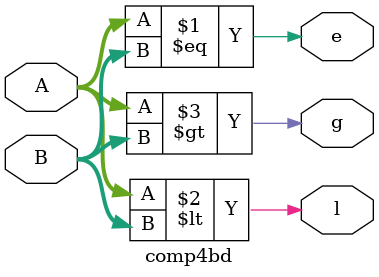
<source format=v>
module comp4bd (l,g,e,A,B);
output l,g,e;
input  [3:0]A,B;
assign e = (A==B);
assign l = (A<B);
assign g = (A>B);
endmodule
</source>
